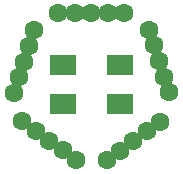
<source format=gbr>
G04 #@! TF.FileFunction,Soldermask,Top*
%FSLAX46Y46*%
G04 Gerber Fmt 4.6, Leading zero omitted, Abs format (unit mm)*
G04 Created by KiCad (PCBNEW 4.0.7) date 01/08/18 14:04:22*
%MOMM*%
%LPD*%
G01*
G04 APERTURE LIST*
%ADD10C,0.100000*%
%ADD11R,2.200000X1.800000*%
%ADD12C,1.600000*%
G04 APERTURE END LIST*
D10*
D11*
X153962400Y-95174800D03*
X153962400Y-98474800D03*
X158762400Y-98474800D03*
X158762400Y-95174800D03*
D12*
X149807552Y-97577678D03*
X151538048Y-92251762D03*
X151105424Y-93583241D03*
X150240176Y-96246199D03*
X150672800Y-94914720D03*
X155071648Y-103266119D03*
X150541152Y-99974521D03*
X151673776Y-100797421D03*
X153939024Y-102443219D03*
X152806400Y-101620320D03*
X161227392Y-92211122D03*
X162957888Y-97537038D03*
X162525264Y-96205559D03*
X161660016Y-93542601D03*
X162092640Y-94874080D03*
X162203968Y-99994841D03*
X157673472Y-103286439D03*
X158806096Y-102463539D03*
X161071344Y-100817741D03*
X159938720Y-101640640D03*
X153562400Y-90830400D03*
X159162400Y-90830400D03*
X157762400Y-90830400D03*
X154962400Y-90830400D03*
X156362400Y-90830400D03*
M02*

</source>
